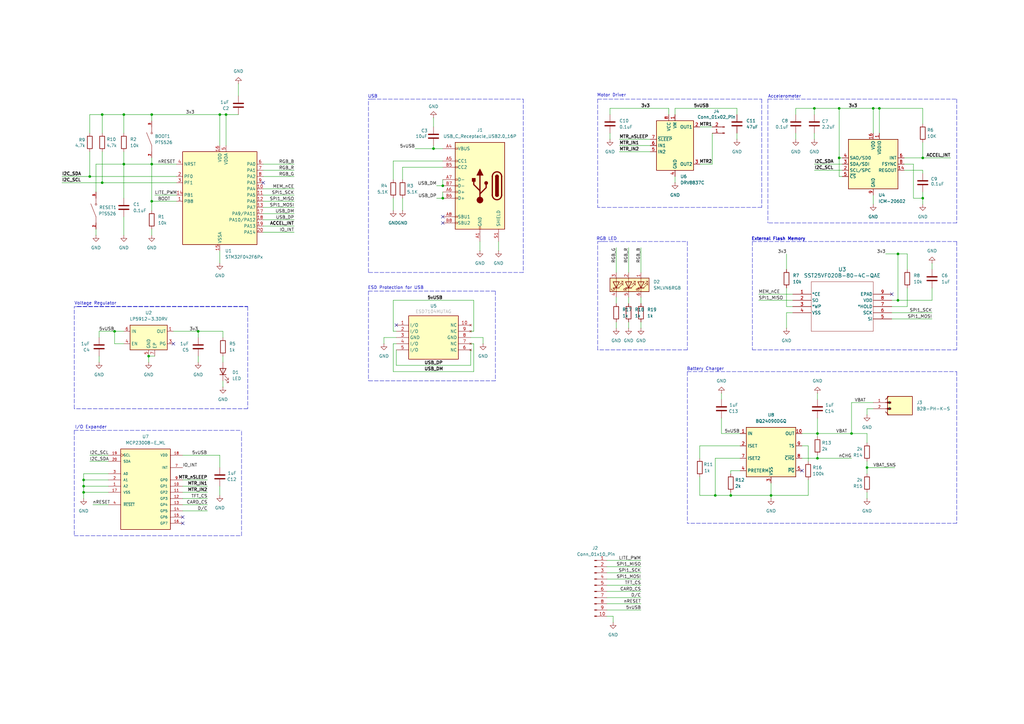
<source format=kicad_sch>
(kicad_sch (version 20250114) (generator "eeschema") (generator_version "9.0")
  (paper "A3")
  (title_block (title "STM32 Custom Board") (date "2025-09-05") (rev "Rev1") (company "Eylul Nihan Aycan"))
  (lib_symbols
    (symbol "B2B-PH-K-S:B2B-PH-K-S" (pin_names (offset 1.016))
      (property "Reference" "J" (at -5.58 5.08 0))
      (property "Value" "B2B-PH-K-S" (at -5.08 -5.08 0))
      (symbol "B2B-PH-K-S_0_0"
        (pin passive line (at -10.16 2.54 0) (length 5.08) (name "1") (number "1"))
        (pin passive line (at -10.16 0 0) (length 5.08) (name "2") (number "2"))
      )
    )
    (symbol "Battery_Management:BQ24090DGQ"
      (property "Reference" "U" (at -9.398 13.462 0))
      (property "Value" "BQ24090DGQ" (at -3.81 11.43 0))
      (symbol "BQ24090DGQ_1_1"
        (pin power_in line (at -12.7 7.62 0) (length 2.54) (name "IN") (number "1"))
        (pin passive line (at -12.7 2.54 0) (length 2.54) (name "ISET") (number "2"))
        (pin passive line (at -12.7 -2.54 0) (length 2.54) (name "ISET2") (number "7"))
        (pin passive line (at -12.7 -7.62 0) (length 2.54) (name "PRETERM") (number "4"))
        (pin passive line (at 0 -12.7 90) (length 2.54) (hide yes) (name "VSS") (number "11"))
        (pin power_in line (at 0 -12.7 90) (length 2.54) (name "VSS") (number "3"))
        (pin no_connect line (at 5.08 -10.16 90) (length 2.54) (hide yes) (name "NC") (number "6"))
        (pin power_out line (at 12.7 7.62 180) (length 2.54) (name "OUT") (number "10"))
        (pin passive line (at 12.7 2.54 180) (length 2.54) (name "TS") (number "9"))
        (pin open_collector line (at 12.7 -2.54 180) (length 2.54) (name "~{CHG}") (number "8"))
        (pin open_collector line (at 12.7 -7.62 180) (length 2.54) (name "~{PG}") (number "5"))
      )
    )
    (symbol "Connector:Conn_01x02_Pin" (pin_names (offset 1.016) (hide yes))
      (property "Reference" "J" (at 0 2.54 0))
      (property "Value" "Conn_01x02_Pin" (at 0 -5.08 0))
      (symbol "Conn_01x02_Pin_1_1"
        (pin passive line (at 5.08 0 180) (length 3.81) (name "Pin_1") (number "1"))
        (pin passive line (at 5.08 -2.54 180) (length 3.81) (name "Pin_2") (number "2"))
      )
    )
    (symbol "Connector:Conn_01x10_Pin" (pin_names (offset 1.016) (hide yes))
      (property "Reference" "J" (at 0 12.7 0))
      (property "Value" "Conn_01x10_Pin" (at 0 -15.24 0))
      (symbol "Conn_01x10_Pin_1_1"
        (pin passive line (at 5.08 10.16 180) (length 3.81) (name "Pin_1") (number "1"))
        (pin passive line (at 5.08 7.62 180) (length 3.81) (name "Pin_2") (number "2"))
        (pin passive line (at 5.08 5.08 180) (length 3.81) (name "Pin_3") (number "3"))
        (pin passive line (at 5.08 2.54 180) (length 3.81) (name "Pin_4") (number "4"))
        (pin passive line (at 5.08 0 180) (length 3.81) (name "Pin_5") (number "5"))
        (pin passive line (at 5.08 -2.54 180) (length 3.81) (name "Pin_6") (number "6"))
        (pin passive line (at 5.08 -5.08 180) (length 3.81) (name "Pin_7") (number "7"))
        (pin passive line (at 5.08 -7.62 180) (length 3.81) (name "Pin_8") (number "8"))
        (pin passive line (at 5.08 -10.16 180) (length 3.81) (name "Pin_9") (number "9"))
        (pin passive line (at 5.08 -12.7 180) (length 3.81) (name "Pin_10") (number "10"))
      )
    )
    (symbol "Connector:USB_C_Receptacle_USB2.0_16P" (pin_names (offset 1.016))
      (property "Reference" "J" (at 0 22.225 0))
      (property "Value" "USB_C_Receptacle_USB2.0_16P" (at 0 19.685 0))
      (symbol "USB_C_Receptacle_USB2.0_16P_1_1"
        (pin passive line (at -7.62 -22.86 90) (length 5.08) (name "SHIELD") (number "S1"))
        (pin passive line (at 0 -22.86 90) (length 5.08) (name "GND") (number "A1"))
        (pin passive line (at 0 -22.86 90) (length 5.08) (hide yes) (name "GND") (number "A12"))
        (pin passive line (at 0 -22.86 90) (length 5.08) (hide yes) (name "GND") (number "B1"))
        (pin passive line (at 0 -22.86 90) (length 5.08) (hide yes) (name "GND") (number "B12"))
        (pin passive line (at 15.24 15.24 180) (length 5.08) (name "VBUS") (number "A4"))
        (pin passive line (at 15.24 15.24 180) (length 5.08) (hide yes) (name "VBUS") (number "A9"))
        (pin passive line (at 15.24 15.24 180) (length 5.08) (hide yes) (name "VBUS") (number "B4"))
        (pin passive line (at 15.24 15.24 180) (length 5.08) (hide yes) (name "VBUS") (number "B9"))
        (pin bidirectional line (at 15.24 10.16 180) (length 5.08) (name "CC1") (number "A5"))
        (pin bidirectional line (at 15.24 7.62 180) (length 5.08) (name "CC2") (number "B5"))
        (pin bidirectional line (at 15.24 2.54 180) (length 5.08) (name "D-") (number "A7"))
        (pin bidirectional line (at 15.24 0 180) (length 5.08) (name "D-") (number "B7"))
        (pin bidirectional line (at 15.24 -2.54 180) (length 5.08) (name "D+") (number "A6"))
        (pin bidirectional line (at 15.24 -5.08 180) (length 5.08) (name "D+") (number "B6"))
        (pin bidirectional line (at 15.24 -12.7 180) (length 5.08) (name "SBU1") (number "A8"))
        (pin bidirectional line (at 15.24 -15.24 180) (length 5.08) (name "SBU2") (number "B8"))
      )
    )
    (symbol "Device:C" (pin_numbers (hide yes)) (pin_names (offset 0.254))
      (property "Reference" "C" (at 0.635 2.54 0))
      (property "Value" "C" (at 0.635 -2.54 0))
      (symbol "C_1_1"
        (pin passive line (at 0 3.81 270) (length 2.794) (name "~") (number "1"))
        (pin passive line (at 0 -3.81 90) (length 2.794) (name "~") (number "2"))
      )
    )
    (symbol "Device:LED" (pin_numbers (hide yes)) (pin_names (offset 1.016) (hide yes))
      (property "Reference" "D" (at 0 2.54 0))
      (property "Value" "LED" (at 0 -2.54 0))
      (symbol "LED_1_1"
        (pin passive line (at -3.81 0 0) (length 2.54) (name "K") (number "1"))
        (pin passive line (at 3.81 0 180) (length 2.54) (name "A") (number "2"))
      )
    )
    (symbol "Device:R" (pin_numbers (hide yes)) (pin_names (offset 0))
      (property "Reference" "R" (at 2.032 0 90))
      (property "Value" "R" (at 0 0 90))
      (symbol "R_1_1"
        (pin passive line (at 0 3.81 270) (length 1.27) (name "~") (number "1"))
        (pin passive line (at 0 -3.81 90) (length 1.27) (name "~") (number "2"))
      )
    )
    (symbol "Driver_Motor:DRV8837C"
      (property "Reference" "U" (at 6.35 11.43 0))
      (property "Value" "DRV8837C" (at -10.16 11.43 0))
      (symbol "DRV8837C_1_1"
        (pin input line (at -10.16 2.54 0) (length 2.54) (name "~{SLEEP}") (number "7"))
        (pin input line (at -10.16 0 0) (length 2.54) (name "IN1") (number "6"))
        (pin input line (at -10.16 -2.54 0) (length 2.54) (name "IN2") (number "5"))
        (pin power_in line (at -2.54 12.7 270) (length 2.54) (name "VCC") (number "8"))
        (pin power_in line (at 0 12.7 270) (length 2.54) (name "VM") (number "1"))
        (pin power_in line (at 0 -12.7 90) (length 2.54) (name "GND") (number "4"))
        (pin passive line (at 0 -12.7 90) (length 2.54) (hide yes) (name "GND") (number "9"))
        (pin output line (at 10.16 7.62 180) (length 2.54) (name "OUT1") (number "2"))
        (pin output line (at 10.16 -7.62 180) (length 2.54) (name "OUT2") (number "3"))
      )
    )
    (symbol "ESD7104MUTAG:ESD7104MUTAG"
      (property "Reference" "U" (at 0 13.462 0))
      (symbol "ESD7104MUTAG_1_1"
        (text "ESD7104MUTAG\n" (at 0 10.668 0) (effects (font (size 1.27 1.27))))
        (pin bidirectional line (at -15.24 5.08 0) (length 5.08) (name "I/O") (number "1"))
        (pin bidirectional line (at -15.24 2.54 0) (length 5.08) (name "I/O") (number "2"))
        (pin power_in line (at -15.24 0 0) (length 5.08) (name "GND") (number "3"))
        (pin bidirectional line (at -15.24 -2.54 0) (length 5.08) (name "I/O") (number "4"))
        (pin bidirectional line (at -15.24 -5.08 0) (length 5.08) (name "I/O") (number "5"))
        (pin no_connect line (at 15.24 5.08 180) (length 5.08) (name "NC") (number "10"))
        (pin no_connect line (at 15.24 2.54 180) (length 5.08) (name "NC") (number "9"))
        (pin power_in line (at 15.24 0 180) (length 5.08) (name "GND") (number "8"))
        (pin no_connect line (at 15.24 -2.54 180) (length 5.08) (name "NC") (number "7"))
        (pin no_connect line (at 15.24 -5.08 180) (length 5.08) (name "NC") (number "6"))
      )
    )
    (symbol "LED:SMLVN6RGB" (pin_names (offset 0) (hide yes))
      (property "Reference" "D" (at 0 12.7 0))
      (property "Value" "SMLVN6RGB" (at 0 10.16 0))
      (symbol "SMLVN6RGB_0_0"
        (text "B" (at 1.905 3.81 0) (effects (font (size 1.27 1.27))))
        (text "R" (at 1.905 -1.27 0) (effects (font (size 1.27 1.27))))
        (text "G" (at 1.905 -6.35 0) (effects (font (size 1.27 1.27))))
      )
      (symbol "SMLVN6RGB_1_1"
        (pin passive line (at -5.08 5.08 0) (length 2.54) (name "BA") (number "1"))
        (pin passive line (at -5.08 0 0) (length 2.54) (name "RA") (number "2"))
        (pin passive line (at -5.08 -5.08 0) (length 2.54) (name "GA") (number "3"))
        (pin passive line (at 5.08 5.08 180) (length 2.54) (name "BK") (number "6"))
        (pin passive line (at 5.08 0 180) (length 2.54) (name "RK") (number "5"))
        (pin passive line (at 5.08 -5.08 180) (length 2.54) (name "GK") (number "4"))
      )
    )
    (symbol "MCP23008-E_ML:MCP23008-E_ML" (pin_names (offset 1.016))
      (property "Reference" "U7" (at 0 24.13 0))
      (property "Value" "MCP23008-E_ML" (at 0 21.59 0))
      (symbol "MCP23008-E_ML_0_0"
        (pin input clock (at -15.24 16.51 0) (length 5.08) (name "SCL") (number "19"))
        (pin bidirectional line (at -15.24 13.97 0) (length 5.08) (name "SDA") (number "20"))
        (pin input line (at -15.24 8.89 0) (length 5.08) (name "A0") (number "3"))
        (pin input line (at -15.24 6.35 0) (length 5.08) (name "A1") (number "2"))
        (pin bidirectional line (at -15.24 3.81 0) (length 5.08) (name "A2") (number "1"))
        (pin power_in line (at -15.24 1.27 0) (length 5.08) (name "VSS") (number "17"))
        (pin input line (at -15.24 -3.81 0) (length 5.08) (name "~{RESET}") (number "4"))
        (pin power_in line (at 15.24 16.51 180) (length 5.08) (name "VDD") (number "18"))
        (pin output line (at 15.24 11.43 180) (length 5.08) (name "INT") (number "7"))
        (pin bidirectional line (at 15.24 6.35 180) (length 5.08) (name "GP0") (number "9"))
        (pin bidirectional line (at 15.24 3.81 180) (length 5.08) (name "GP1") (number "10"))
        (pin bidirectional line (at 15.24 1.27 180) (length 5.08) (name "GP2") (number "11"))
        (pin bidirectional line (at 15.24 -1.27 180) (length 5.08) (name "GP3") (number "12"))
        (pin bidirectional line (at 15.24 -3.81 180) (length 5.08) (name "GP4") (number "13"))
        (pin bidirectional line (at 15.24 -6.35 180) (length 5.08) (name "GP5") (number "14"))
        (pin bidirectional line (at 15.24 -8.89 180) (length 5.08) (name "GP6") (number "15"))
        (pin bidirectional line (at 15.24 -11.43 180) (length 5.08) (name "GP7") (number "16"))
      )
    )
    (symbol "MCU_ST_STM32F0:STM32F042F6Px"
      (property "Reference" "U" (at -15.24 21.59 0))
      (property "Value" "STM32F042F6Px" (at 5.08 21.59 0))
      (symbol "STM32F042F6Px_1_1"
        (pin input line (at -17.78 15.24 0) (length 2.54) (name "NRST") (number "4"))
        (pin bidirectional line (at -17.78 10.16 0) (length 2.54) (name "PF0") (number "2"))
        (pin bidirectional line (at -17.78 7.62 0) (length 2.54) (name "PF1") (number "3"))
        (pin bidirectional line (at -17.78 2.54 0) (length 2.54) (name "PB1") (number "14"))
        (pin bidirectional line (at -17.78 0 0) (length 2.54) (name "PB8") (number "1"))
        (pin power_in line (at 0 22.86 270) (length 2.54) (name "VDD") (number "16"))
        (pin power_in line (at 0 -20.32 90) (length 2.54) (name "VSSA") (number "15"))
        (pin power_in line (at 2.54 22.86 270) (length 2.54) (name "VDDA") (number "5"))
        (pin bidirectional line (at 17.78 15.24 180) (length 2.54) (name "PA0") (number "6"))
        (pin bidirectional line (at 17.78 12.7 180) (length 2.54) (name "PA1") (number "7"))
        (pin bidirectional line (at 17.78 10.16 180) (length 2.54) (name "PA2") (number "8"))
        (pin bidirectional line (at 17.78 7.62 180) (length 2.54) (name "PA3") (number "9"))
        (pin bidirectional line (at 17.78 5.08 180) (length 2.54) (name "PA4") (number "10"))
        (pin bidirectional line (at 17.78 2.54 180) (length 2.54) (name "PA5") (number "11"))
        (pin bidirectional line (at 17.78 0 180) (length 2.54) (name "PA6") (number "12"))
        (pin bidirectional line (at 17.78 -2.54 180) (length 2.54) (name "PA7") (number "13"))
        (pin bidirectional line (at 17.78 -5.08 180) (length 2.54) (name "PA9/PA11") (number "17"))
        (pin bidirectional line (at 17.78 -7.62 180) (length 2.54) (name "PA10/PA12") (number "18"))
        (pin bidirectional line (at 17.78 -10.16 180) (length 2.54) (name "PA13") (number "19"))
        (pin bidirectional line (at 17.78 -12.7 180) (length 2.54) (name "PA14") (number "20"))
      )
    )
    (symbol "PTS526_SM08_SMTR2_LFS:PTS526_SM08_SMTR2_LFS" (pin_names (offset 1.016))
      (property "Reference" "S" (at -2.54 2.54 0))
      (property "Value" "PTS526_SM08_SMTR2_LFS" (at -2.54 -2.54 0))
      (symbol "PTS526_SM08_SMTR2_LFS_0_0"
        (pin passive line (at -7.62 0 0) (length 2.54) (name "~") (number "1"))
        (pin passive line (at -7.62 0 0) (length 2.54) (name "~") (number "2"))
        (pin passive line (at 7.62 0 180) (length 2.54) (name "~") (number "3"))
        (pin passive line (at 7.62 0 180) (length 2.54) (name "~") (number "4"))
      )
    )
    (symbol "Regulator_Linear:LP5912-3.3DRV"
      (property "Reference" "U" (at -3.81 6.35 0))
      (property "Value" "LP5912-3.3DRV" (at 6.35 6.35 0))
      (symbol "LP5912-3.3DRV_0_1"
        (pin power_in line (at -10.16 2.54 0) (length 2.54) (name "IN") (number "6"))
        (pin input line (at -10.16 -2.54 0) (length 2.54) (name "EN") (number "4"))
        (pin power_in line (at 0 -7.62 90) (length 2.54) (name "GND") (number "5"))
        (pin no_connect line (at 7.62 0 180) (length 2.54) (hide yes) (name "NC") (number "2"))
        (pin power_out line (at 10.16 2.54 180) (length 2.54) (name "OUT") (number "1"))
      )
      (symbol "LP5912-3.3DRV_1_1"
        (pin passive line (at 2.54 -7.62 90) (length 2.54) (name "EP") (number "7"))
        (pin open_collector line (at 10.16 -2.54 180) (length 2.54) (name "PG") (number "3"))
      )
    )
    (symbol "SST25VF020B:SST25VF020B-80-4C-QAE" (pin_names (offset 0.254))
      (property "Reference" "U" (at 20.32 10.16 0))
      (property "Value" "SST25VF020B-80-4C-QAE" (at 20.32 7.62 0))
      (symbol "SST25VF020B-80-4C-QAE_0_1"
        (pin unspecified line (at 0 0 0) (length 7.62) (name "*CE") (number "1"))
        (pin output line (at 0 -2.54 0) (length 7.62) (name "SO") (number "2"))
        (pin unspecified line (at 0 -5.08 0) (length 7.62) (name "*WP") (number "3"))
        (pin power_in line (at 0 -7.62 0) (length 7.62) (name "VSS") (number "4"))
        (pin unspecified line (at 40.64 0 180) (length 7.62) (name "EPAD") (number "9"))
        (pin power_in line (at 40.64 -2.54 180) (length 7.62) (name "VDD") (number "8"))
        (pin unspecified line (at 40.64 -5.08 180) (length 7.62) (name "*HOLD") (number "7"))
        (pin input line (at 40.64 -7.62 180) (length 7.62) (name "SCK") (number "6"))
        (pin input line (at 40.64 -10.16 180) (length 7.62) (name "SI") (number "5"))
      )
    )
    (symbol "Sensor_Motion:ICM-20602"
      (property "Reference" "U" (at -10.16 11.43 0))
      (property "Value" "ICM-20602" (at 10.16 11.43 0))
      (symbol "ICM-20602_1_1"
        (pin bidirectional line (at -12.7 2.54 0) (length 2.54) (name "SAO/SD0") (number "4"))
        (pin bidirectional line (at -12.7 0 0) (length 2.54) (name "SDA/SDI") (number "3"))
        (pin input line (at -12.7 -2.54 0) (length 2.54) (name "SCL/SPC") (number "2"))
        (pin input line (at -12.7 -5.08 0) (length 2.54) (name "~{CS}") (number "5"))
        (pin no_connect line (at -10.16 5.08 0) (length 2.54) (hide yes) (name "RESV") (number "7"))
        (pin power_in line (at 0 12.7 270) (length 2.54) (name "VDD") (number "16"))
        (pin passive line (at 0 -12.7 90) (length 2.54) (hide yes) (name "GND") (number "10"))
        (pin passive line (at 0 -12.7 90) (length 2.54) (hide yes) (name "GND") (number "11"))
        (pin passive line (at 0 -12.7 90) (length 2.54) (hide yes) (name "GND") (number "12"))
        (pin passive line (at 0 -12.7 90) (length 2.54) (hide yes) (name "GND") (number "13"))
        (pin passive line (at 0 -12.7 90) (length 2.54) (hide yes) (name "GND") (number "15"))
        (pin power_in line (at 0 -12.7 90) (length 2.54) (name "GND") (number "9"))
        (pin power_in line (at 2.54 12.7 270) (length 2.54) (name "VDDIO") (number "1"))
        (pin output line (at 12.7 2.54 180) (length 2.54) (name "INT") (number "6"))
        (pin input line (at 12.7 0 180) (length 2.54) (name "FSYNC") (number "8"))
        (pin passive line (at 12.7 -2.54 180) (length 2.54) (name "REGOUT") (number "14"))
      )
    )
    (symbol "power:GND" (power) (pin_numbers (hide yes)) (pin_names (offset 0) (hide yes))
      (property "Value" "GND" (at 0 -3.81 0))
      (symbol "GND_1_1"
        (pin power_in line (at 0 0 270) (length 0) (name "~") (number "1"))
      )
    )
  )
  (text "RGB LED\n" (at 244.602 98.044 0) (effects (font (size 1.27 1.27)) (justify left)))
  (text "Battery Charger\n" (at 281.686 151.384 0) (effects (font (size 1.27 1.27)) (justify left)))
  (text "Voltage Regulator\n" (at 30.48 124.46 0) (effects (font (size 1.27 1.27)) (justify left)))
  (text "USB" (at 150.876 39.624 0) (effects (font (size 1.27 1.27)) (justify left)))
  (text "External Flash Memory" (at 319.278 98.044 0) (effects (font (size 1.27 1.27) (thickness 0.254) (bold yes))))
  (text "Motor Driver\n" (at 244.856 39.116 0) (effects (font (size 1.27 1.27)) (justify left)))
  (text "I/O Expander" (at 30.734 175.26 0) (effects (font (size 1.27 1.27)) (justify left)))
  (text "Accelerometer" (at 314.96 39.624 0) (effects (font (size 1.27 1.27)) (justify left)))
  (text "ESD Protection for USB\n" (at 150.876 118.11 0) (effects (font (size 1.27 1.27)) (justify left)))
  (junction (at 62.23 46.99))
  (junction (at 181.61 81.28))
  (junction (at 92.71 46.99))
  (junction (at 34.29 196.85))
  (junction (at 81.28 135.89))
  (junction (at 316.23 203.2))
  (junction (at 335.28 187.96))
  (junction (at 334.01 44.45))
  (junction (at 378.46 64.77))
  (junction (at 335.28 177.8))
  (junction (at 358.14 44.45))
  (junction (at 60.96 146.05))
  (junction (at 62.23 67.31))
  (junction (at 181.61 76.2))
  (junction (at 355.6 191.77))
  (junction (at 36.83 72.39))
  (junction (at 299.72 203.2))
  (junction (at 344.17 64.77))
  (junction (at 90.17 46.99))
  (junction (at 62.23 82.55))
  (junction (at 344.17 44.45))
  (junction (at 368.3 104.14))
  (junction (at 50.8 67.31))
  (junction (at 41.91 74.93))
  (junction (at 34.29 199.39))
  (junction (at 360.68 44.45))
  (junction (at 293.37 203.2))
  (junction (at 46.99 135.89))
  (junction (at 50.8 46.99))
  (junction (at 349.25 177.8))
  (junction (at 368.3 123.19))
  (junction (at 34.29 201.93))
  (junction (at 378.46 81.28))
  (junction (at 177.8 60.96))
  (junction (at 41.91 46.99))
  (no_connect (at 162.56 133.35))
  (no_connect (at 107.95 74.93))
  (no_connect (at 365.76 120.65))
  (no_connect (at 74.93 212.09))
  (no_connect (at 181.61 91.44))
  (no_connect (at 71.12 140.97))
  (no_connect (at 181.61 88.9))
  (no_connect (at 328.93 193.04))
  (no_connect (at 74.93 214.63))
  (wire (pts (xy 295.91 161.29) (xy 295.91 163.83)))
  (wire (pts (xy 295.91 177.8) (xy 295.91 171.45)))
  (wire (pts (xy 74.93 207.01) (xy 85.09 207.01)))
  (wire (pts (xy 107.95 92.71) (xy 120.65 92.71)))
  (polyline (pts (xy 152.4 40.64) (xy 214.63 40.64)) (stroke (width 0) (type dash)))
  (wire (pts (xy 368.3 104.14) (xy 372.11 104.14)))
  (wire (pts (xy 46.99 135.89) (xy 50.8 135.89)))
  (polyline (pts (xy 392.43 99.06) (xy 392.43 143.51)) (stroke (width 0) (type dash)))
  (polyline (pts (xy 281.94 152.4) (xy 392.43 152.4)) (stroke (width 0) (type dash)))
  (wire (pts (xy 248.92 252.73) (xy 251.46 252.73)))
  (wire (pts (xy 344.17 64.77) (xy 344.17 44.45)))
  (wire (pts (xy 276.86 44.45) (xy 302.26 44.45)))
  (wire (pts (xy 74.93 204.47) (xy 85.09 204.47)))
  (wire (pts (xy 345.44 72.39) (xy 344.17 72.39)))
  (wire (pts (xy 161.29 123.19) (xy 194.31 123.19)))
  (wire (pts (xy 367.03 191.77) (xy 355.6 191.77)))
  (wire (pts (xy 107.95 85.09) (xy 120.65 85.09)))
  (wire (pts (xy 248.92 250.19) (xy 262.89 250.19)))
  (polyline (pts (xy 214.63 111.76) (xy 151.13 111.76)) (stroke (width 0) (type dash)))
  (polyline (pts (xy 308.61 99.06) (xy 392.43 99.06)) (stroke (width 0) (type dash)))
  (wire (pts (xy 161.29 66.04) (xy 181.61 66.04)))
  (wire (pts (xy 74.93 196.85) (xy 85.09 196.85)))
  (wire (pts (xy 276.86 46.99) (xy 276.86 44.45)))
  (wire (pts (xy 74.93 199.39) (xy 85.09 199.39)))
  (wire (pts (xy 252.73 121.92) (xy 252.73 124.46)))
  (wire (pts (xy 335.28 187.96) (xy 349.25 187.96)))
  (wire (pts (xy 370.84 64.77) (xy 378.46 64.77)))
  (wire (pts (xy 254 57.15) (xy 266.7 57.15)))
  (polyline (pts (xy 247.65 99.06) (xy 281.94 99.06)) (stroke (width 0) (type dash)))
  (wire (pts (xy 378.46 81.28) (xy 378.46 83.82)))
  (wire (pts (xy 25.4 72.39) (xy 36.83 72.39)))
  (wire (pts (xy 248.92 240.03) (xy 262.89 240.03)))
  (wire (pts (xy 41.91 74.93) (xy 72.39 74.93)))
  (wire (pts (xy 62.23 46.99) (xy 62.23 49.53)))
  (wire (pts (xy 194.31 140.97) (xy 193.04 140.97)))
  (wire (pts (xy 257.81 121.92) (xy 257.81 124.46)))
  (wire (pts (xy 378.46 71.12) (xy 378.46 69.85)))
  (wire (pts (xy 179.07 81.28) (xy 181.61 81.28)))
  (wire (pts (xy 287.02 203.2) (xy 293.37 203.2)))
  (wire (pts (xy 322.58 110.49) (xy 322.58 104.14)))
  (wire (pts (xy 248.92 229.87) (xy 262.89 229.87)))
  (wire (pts (xy 322.58 125.73) (xy 325.12 125.73)))
  (wire (pts (xy 292.1 54.61) (xy 292.1 67.31)))
  (wire (pts (xy 50.8 62.23) (xy 50.8 67.31)))
  (wire (pts (xy 248.92 247.65) (xy 262.89 247.65)))
  (wire (pts (xy 382.27 107.95) (xy 382.27 110.49)))
  (wire (pts (xy 368.3 123.19) (xy 382.27 123.19)))
  (wire (pts (xy 311.15 120.65) (xy 325.12 120.65)))
  (polyline (pts (xy 30.48 176.53) (xy 30.48 219.71)) (stroke (width 0) (type dash)))
  (wire (pts (xy 349.25 165.1) (xy 349.25 177.8)))
  (wire (pts (xy 40.64 135.89) (xy 40.64 138.43)))
  (wire (pts (xy 331.47 182.88) (xy 331.47 189.23)))
  (wire (pts (xy 46.99 140.97) (xy 46.99 135.89)))
  (wire (pts (xy 326.39 44.45) (xy 326.39 46.99)))
  (wire (pts (xy 248.92 245.11) (xy 262.89 245.11)))
  (wire (pts (xy 328.93 182.88) (xy 331.47 182.88)))
  (wire (pts (xy 92.71 46.99) (xy 97.79 46.99)))
  (wire (pts (xy 334.01 44.45) (xy 326.39 44.45)))
  (wire (pts (xy 107.95 69.85) (xy 120.65 69.85)))
  (wire (pts (xy 193.04 149.86) (xy 193.04 143.51)))
  (polyline (pts (xy 245.11 143.51) (xy 245.11 99.06)) (stroke (width 0) (type dash)))
  (wire (pts (xy 204.47 99.06) (xy 204.47 102.87)))
  (polyline (pts (xy 203.2 119.38) (xy 203.2 156.21)) (stroke (width 0) (type dash)))
  (wire (pts (xy 335.28 177.8) (xy 349.25 177.8)))
  (wire (pts (xy 299.72 201.93) (xy 299.72 203.2)))
  (wire (pts (xy 274.32 46.99) (xy 274.32 44.45)))
  (wire (pts (xy 382.27 118.11) (xy 382.27 123.19)))
  (wire (pts (xy 328.93 177.8) (xy 335.28 177.8)))
  (polyline (pts (xy 281.94 152.4) (xy 281.94 214.63)) (stroke (width 0) (type dash)))
  (wire (pts (xy 257.81 101.6) (xy 257.81 111.76)))
  (wire (pts (xy 162.56 138.43) (xy 157.48 138.43)))
  (wire (pts (xy 355.6 191.77) (xy 355.6 189.23)))
  (wire (pts (xy 62.23 67.31) (xy 72.39 67.31)))
  (wire (pts (xy 107.95 77.47) (xy 120.65 77.47)))
  (wire (pts (xy 44.45 201.93) (xy 34.29 201.93)))
  (wire (pts (xy 41.91 62.23) (xy 41.91 74.93)))
  (wire (pts (xy 60.96 146.05) (xy 60.96 148.59)))
  (polyline (pts (xy 314.96 40.64) (xy 392.43 40.64)) (stroke (width 0) (type dash)))
  (wire (pts (xy 107.95 67.31) (xy 120.65 67.31)))
  (wire (pts (xy 299.72 193.04) (xy 299.72 194.31)))
  (wire (pts (xy 365.76 128.27) (xy 382.27 128.27)))
  (wire (pts (xy 39.37 67.31) (xy 39.37 78.74)))
  (wire (pts (xy 372.11 104.14) (xy 372.11 110.49)))
  (wire (pts (xy 360.68 44.45) (xy 360.68 54.61)))
  (wire (pts (xy 349.25 177.8) (xy 355.6 177.8)))
  (wire (pts (xy 34.29 201.93) (xy 34.29 204.47)))
  (wire (pts (xy 92.71 46.99) (xy 92.71 59.69)))
  (wire (pts (xy 248.92 234.95) (xy 262.89 234.95)))
  (wire (pts (xy 355.6 194.31) (xy 355.6 191.77)))
  (wire (pts (xy 157.48 138.43) (xy 157.48 140.97)))
  (wire (pts (xy 50.8 46.99) (xy 62.23 46.99)))
  (polyline (pts (xy 151.13 119.38) (xy 151.13 156.21)) (stroke (width 0) (type dash)))
  (wire (pts (xy 90.17 46.99) (xy 90.17 59.69)))
  (wire (pts (xy 161.29 140.97) (xy 161.29 152.4)))
  (wire (pts (xy 303.53 177.8) (xy 295.91 177.8)))
  (wire (pts (xy 311.15 123.19) (xy 325.12 123.19)))
  (wire (pts (xy 74.93 209.55) (xy 85.09 209.55)))
  (wire (pts (xy 358.14 80.01) (xy 358.14 83.82)))
  (wire (pts (xy 63.5 80.01) (xy 72.39 80.01)))
  (polyline (pts (xy 31.75 125.73) (xy 101.6 125.73)) (stroke (width 0) (type dash)))
  (wire (pts (xy 378.46 64.77) (xy 389.89 64.77)))
  (wire (pts (xy 161.29 66.04) (xy 161.29 73.66)))
  (polyline (pts (xy 30.48 176.53) (xy 99.06 176.53)) (stroke (width 0) (type dash)))
  (wire (pts (xy 334.01 54.61) (xy 334.01 57.15)))
  (wire (pts (xy 248.92 242.57) (xy 262.89 242.57)))
  (wire (pts (xy 62.23 67.31) (xy 50.8 67.31)))
  (wire (pts (xy 177.8 60.96) (xy 181.61 60.96)))
  (wire (pts (xy 302.26 54.61) (xy 302.26 57.15)))
  (polyline (pts (xy 392.43 40.64) (xy 392.43 91.44)) (stroke (width 0) (type dash)))
  (wire (pts (xy 62.23 93.98) (xy 62.23 96.52)))
  (wire (pts (xy 370.84 69.85) (xy 378.46 69.85)))
  (wire (pts (xy 177.8 59.69) (xy 177.8 60.96)))
  (wire (pts (xy 322.58 128.27) (xy 322.58 134.62)))
  (wire (pts (xy 252.73 101.6) (xy 252.73 111.76)))
  (wire (pts (xy 50.8 67.31) (xy 39.37 67.31)))
  (wire (pts (xy 162.56 135.89) (xy 161.29 135.89)))
  (wire (pts (xy 365.76 123.19) (xy 368.3 123.19)))
  (wire (pts (xy 335.28 187.96) (xy 335.28 186.69)))
  (wire (pts (xy 194.31 152.4) (xy 194.31 140.97)))
  (wire (pts (xy 81.28 135.89) (xy 81.28 138.43)))
  (wire (pts (xy 254 62.23) (xy 266.7 62.23)))
  (wire (pts (xy 325.12 128.27) (xy 322.58 128.27)))
  (polyline (pts (xy 392.43 143.51) (xy 308.61 143.51)) (stroke (width 0) (type dash)))
  (wire (pts (xy 365.76 125.73) (xy 372.11 125.73)))
  (wire (pts (xy 358.14 167.64) (xy 355.6 167.64)))
  (wire (pts (xy 162.56 140.97) (xy 161.29 140.97)))
  (polyline (pts (xy 214.63 40.64) (xy 214.63 111.76)) (stroke (width 0) (type dash)))
  (wire (pts (xy 162.56 143.51) (xy 162.56 149.86)))
  (wire (pts (xy 34.29 196.85) (xy 34.29 199.39)))
  (wire (pts (xy 250.19 54.61) (xy 250.19 57.15)))
  (wire (pts (xy 107.95 82.55) (xy 120.65 82.55)))
  (polyline (pts (xy 151.13 40.64) (xy 152.4 40.64)))
  (polyline (pts (xy 30.48 125.73) (xy 31.75 125.73)))
  (wire (pts (xy 374.65 67.31) (xy 374.65 81.28)))
  (wire (pts (xy 276.86 72.39) (xy 276.86 74.93)))
  (wire (pts (xy 194.31 123.19) (xy 194.31 135.89)))
  (wire (pts (xy 262.89 121.92) (xy 262.89 124.46)))
  (wire (pts (xy 165.1 81.28) (xy 165.1 86.36)))
  (wire (pts (xy 248.92 232.41) (xy 262.89 232.41)))
  (wire (pts (xy 326.39 54.61) (xy 326.39 57.15)))
  (wire (pts (xy 74.93 186.69) (xy 90.17 186.69)))
  (wire (pts (xy 181.61 78.74) (xy 181.61 81.28)))
  (wire (pts (xy 40.64 135.89) (xy 46.99 135.89)))
  (wire (pts (xy 293.37 187.96) (xy 293.37 203.2)))
  (wire (pts (xy 374.65 81.28) (xy 378.46 81.28)))
  (wire (pts (xy 81.28 146.05) (xy 81.28 148.59)))
  (wire (pts (xy 179.07 76.2) (xy 181.61 76.2)))
  (wire (pts (xy 334.01 44.45) (xy 344.17 44.45)))
  (wire (pts (xy 316.23 198.12) (xy 316.23 203.2)))
  (wire (pts (xy 316.23 203.2) (xy 316.23 204.47)))
  (wire (pts (xy 90.17 102.87) (xy 90.17 107.95)))
  (wire (pts (xy 355.6 167.64) (xy 355.6 170.18)))
  (wire (pts (xy 177.8 48.26) (xy 177.8 52.07)))
  (wire (pts (xy 107.95 87.63) (xy 120.65 87.63)))
  (wire (pts (xy 62.23 67.31) (xy 62.23 82.55)))
  (wire (pts (xy 62.23 82.55) (xy 72.39 82.55)))
  (wire (pts (xy 335.28 177.8) (xy 335.28 171.45)))
  (wire (pts (xy 107.95 80.01) (xy 120.65 80.01)))
  (wire (pts (xy 372.11 125.73) (xy 372.11 118.11)))
  (wire (pts (xy 62.23 64.77) (xy 62.23 67.31)))
  (wire (pts (xy 90.17 46.99) (xy 92.71 46.99)))
  (wire (pts (xy 287.02 182.88) (xy 287.02 187.96)))
  (wire (pts (xy 378.46 58.42) (xy 378.46 64.77)))
  (wire (pts (xy 34.29 199.39) (xy 34.29 201.93)))
  (wire (pts (xy 334.01 69.85) (xy 345.44 69.85)))
  (polyline (pts (xy 151.13 119.38) (xy 203.2 119.38)) (stroke (width 0) (type dash)))
  (wire (pts (xy 248.92 237.49) (xy 262.89 237.49)))
  (wire (pts (xy 368.3 123.19) (xy 368.3 104.14)))
  (wire (pts (xy 252.73 132.08) (xy 252.73 134.62)))
  (wire (pts (xy 355.6 204.47) (xy 355.6 201.93)))
  (wire (pts (xy 161.29 135.89) (xy 161.29 123.19)))
  (wire (pts (xy 74.93 201.93) (xy 85.09 201.93)))
  (wire (pts (xy 165.1 68.58) (xy 165.1 73.66)))
  (wire (pts (xy 36.83 186.69) (xy 44.45 186.69)))
  (wire (pts (xy 50.8 67.31) (xy 50.8 81.28)))
  (wire (pts (xy 62.23 82.55) (xy 62.23 86.36)))
  (polyline (pts (xy 245.11 40.64) (xy 312.42 40.64)) (stroke (width 0) (type dash)))
  (wire (pts (xy 34.29 194.31) (xy 34.29 196.85)))
  (polyline (pts (xy 30.48 167.64) (xy 30.48 125.73)) (stroke (width 0) (type dash)))
  (wire (pts (xy 41.91 54.61) (xy 41.91 46.99)))
  (wire (pts (xy 358.14 165.1) (xy 349.25 165.1)))
  (wire (pts (xy 363.22 104.14) (xy 368.3 104.14)))
  (wire (pts (xy 34.29 196.85) (xy 44.45 196.85)))
  (wire (pts (xy 50.8 46.99) (xy 50.8 54.61)))
  (wire (pts (xy 36.83 46.99) (xy 41.91 46.99)))
  (polyline (pts (xy 281.94 143.51) (xy 245.11 143.51)) (stroke (width 0) (type dash)))
  (wire (pts (xy 378.46 44.45) (xy 378.46 50.8)))
  (wire (pts (xy 107.95 72.39) (xy 120.65 72.39)))
  (wire (pts (xy 193.04 135.89) (xy 194.31 135.89)))
  (polyline (pts (xy 392.43 152.4) (xy 392.43 214.63)) (stroke (width 0) (type dash)))
  (polyline (pts (xy 308.61 99.06) (xy 308.61 143.51)) (stroke (width 0) (type dash)))
  (wire (pts (xy 165.1 68.58) (xy 181.61 68.58)))
  (wire (pts (xy 365.76 130.81) (xy 382.27 130.81)))
  (wire (pts (xy 303.53 193.04) (xy 299.72 193.04)))
  (wire (pts (xy 331.47 203.2) (xy 316.23 203.2)))
  (wire (pts (xy 162.56 149.86) (xy 193.04 149.86)))
  (wire (pts (xy 328.93 187.96) (xy 335.28 187.96)))
  (wire (pts (xy 287.02 52.07) (xy 292.1 52.07)))
  (wire (pts (xy 36.83 54.61) (xy 36.83 46.99)))
  (wire (pts (xy 81.28 135.89) (xy 91.44 135.89)))
  (wire (pts (xy 38.1 207.01) (xy 44.45 207.01)))
  (wire (pts (xy 91.44 146.05) (xy 91.44 148.59)))
  (wire (pts (xy 181.61 73.66) (xy 181.61 76.2)))
  (wire (pts (xy 302.26 44.45) (xy 302.26 46.99)))
  (wire (pts (xy 196.85 99.06) (xy 196.85 102.87)))
  (wire (pts (xy 262.89 101.6) (xy 262.89 111.76)))
  (wire (pts (xy 334.01 67.31) (xy 345.44 67.31)))
  (wire (pts (xy 334.01 44.45) (xy 334.01 46.99)))
  (polyline (pts (xy 30.48 219.71) (xy 99.06 219.71)) (stroke (width 0) (type dash)))
  (wire (pts (xy 44.45 194.31) (xy 34.29 194.31)))
  (wire (pts (xy 322.58 118.11) (xy 322.58 125.73)))
  (wire (pts (xy 274.32 44.45) (xy 250.19 44.45)))
  (wire (pts (xy 378.46 78.74) (xy 378.46 81.28)))
  (wire (pts (xy 107.95 95.25) (xy 120.65 95.25)))
  (polyline (pts (xy 392.43 214.63) (xy 281.94 214.63)) (stroke (width 0) (type dash)))
  (polyline (pts (xy 31.75 125.73) (xy 101.6 125.73)) (stroke (width 0) (type dash)))
  (wire (pts (xy 287.02 67.31) (xy 292.1 67.31)))
  (wire (pts (xy 50.8 88.9) (xy 50.8 96.52)))
  (wire (pts (xy 71.12 135.89) (xy 81.28 135.89)))
  (wire (pts (xy 193.04 138.43) (xy 198.12 138.43)))
  (wire (pts (xy 344.17 44.45) (xy 358.14 44.45)))
  (polyline (pts (xy 99.06 219.71) (xy 99.06 176.53)) (stroke (width 0) (type dash)))
  (polyline (pts (xy 312.42 40.64) (xy 312.42 85.09)) (stroke (width 0) (type dash)))
  (wire (pts (xy 335.28 161.29) (xy 335.28 163.83)))
  (wire (pts (xy 91.44 135.89) (xy 91.44 138.43)))
  (wire (pts (xy 170.18 60.96) (xy 177.8 60.96)))
  (polyline (pts (xy 101.6 125.73) (xy 101.6 167.64)) (stroke (width 0) (type dash)))
  (polyline (pts (xy 392.43 91.44) (xy 314.96 91.44)) (stroke (width 0) (type dash)))
  (polyline (pts (xy 281.94 99.06) (xy 281.94 143.51)) (stroke (width 0) (type dash)))
  (wire (pts (xy 358.14 44.45) (xy 358.14 54.61)))
  (wire (pts (xy 287.02 195.58) (xy 287.02 203.2)))
  (wire (pts (xy 90.17 203.2) (xy 90.17 199.39)))
  (polyline (pts (xy 101.6 167.64) (xy 30.48 167.64)) (stroke (width 0) (type dash)))
  (polyline (pts (xy 245.11 40.64) (xy 245.11 85.09)) (stroke (width 0) (type dash)))
  (wire (pts (xy 91.44 156.21) (xy 91.44 158.75)))
  (wire (pts (xy 251.46 252.73) (xy 251.46 255.27)))
  (wire (pts (xy 299.72 203.2) (xy 316.23 203.2)))
  (wire (pts (xy 90.17 191.77) (xy 90.17 186.69)))
  (wire (pts (xy 161.29 81.28) (xy 161.29 86.36)))
  (wire (pts (xy 40.64 146.05) (xy 40.64 148.59)))
  (wire (pts (xy 303.53 187.96) (xy 293.37 187.96)))
  (wire (pts (xy 303.53 182.88) (xy 287.02 182.88)))
  (wire (pts (xy 262.89 132.08) (xy 262.89 134.62)))
  (wire (pts (xy 62.23 46.99) (xy 90.17 46.99)))
  (wire (pts (xy 36.83 72.39) (xy 72.39 72.39)))
  (wire (pts (xy 370.84 67.31) (xy 374.65 67.31)))
  (wire (pts (xy 331.47 196.85) (xy 331.47 203.2)))
  (wire (pts (xy 36.83 62.23) (xy 36.83 72.39)))
  (wire (pts (xy 97.79 39.37) (xy 97.79 34.29)))
  (wire (pts (xy 360.68 44.45) (xy 378.46 44.45)))
  (polyline (pts (xy 31.75 125.73) (xy 101.6 125.73)) (stroke (width 0) (type dash)))
  (polyline (pts (xy 245.11 99.06) (xy 247.65 99.06)))
  (wire (pts (xy 355.6 181.61) (xy 355.6 177.8)))
  (wire (pts (xy 293.37 203.2) (xy 299.72 203.2)))
  (wire (pts (xy 36.83 189.23) (xy 44.45 189.23)))
  (wire (pts (xy 41.91 46.99) (xy 50.8 46.99)))
  (wire (pts (xy 358.14 44.45) (xy 360.68 44.45)))
  (wire (pts (xy 39.37 93.98) (xy 39.37 96.52)))
  (polyline (pts (xy 151.13 111.76) (xy 151.13 40.64)) (stroke (width 0) (type dash)))
  (wire (pts (xy 107.95 90.17) (xy 120.65 90.17)))
  (polyline (pts (xy 312.42 85.09) (xy 245.11 85.09)) (stroke (width 0) (type dash)))
  (wire (pts (xy 335.28 177.8) (xy 335.28 179.07)))
  (polyline (pts (xy 203.2 156.21) (xy 151.13 156.21)) (stroke (width 0) (type dash)))
  (wire (pts (xy 257.81 132.08) (xy 257.81 134.62)))
  (wire (pts (xy 60.96 146.05) (xy 63.5 146.05)))
  (polyline (pts (xy 314.96 40.64) (xy 314.96 91.44)) (stroke (width 0) (type dash)))
  (wire (pts (xy 250.19 44.45) (xy 250.19 46.99)))
  (wire (pts (xy 34.29 199.39) (xy 44.45 199.39)))
  (wire (pts (xy 344.17 72.39) (xy 344.17 64.77)))
  (wire (pts (xy 161.29 152.4) (xy 194.31 152.4)))
  (wire (pts (xy 25.4 74.93) (xy 41.91 74.93)))
  (wire (pts (xy 198.12 138.43) (xy 198.12 140.97)))
  (wire (pts (xy 345.44 64.77) (xy 344.17 64.77)))
  (wire (pts (xy 50.8 140.97) (xy 46.99 140.97)))
  (wire (pts (xy 254 59.69) (xy 266.7 59.69)))
  (label "USB_DP" (at 179.07 81.28 180))
  (label "MEM_nCE" (at 311.15 120.65 0))
  (label "SPI1_MISO" (at 311.15 123.19 0))
  (label "SPI1_MOSI" (at 120.65 85.09 180))
  (label "nRESET" (at 262.89 247.65 180))
  (label "ACCEL_INT" (at 389.89 64.77 180) (effects (font (thickness 0.254) (bold yes))))
  (label "3v3" (at 322.58 104.14 180))
  (label "SPI1_SCK" (at 120.65 80.01 180))
  (label "SPI1_MISO" (at 262.89 232.41 180))
  (label "LITE_PWM" (at 63.5 80.01 0))
  (label "3v3" (at 262.89 44.45 0) (effects (font (thickness 0.254) (bold yes))))
  (label "RGB_G" (at 252.73 101.6 270))
  (label "3v3" (at 363.22 104.14 180))
  (label "SPI1_MOSI" (at 262.89 237.49 180))
  (label "VBAT" (at 350.52 165.1 0))
  (label "5vUSB" (at 170.18 60.96 180))
  (label "LITE_PWM" (at 262.89 229.87 180))
  (label "3v3" (at 81.28 135.89 180))
  (label "USB_DP" (at 120.65 90.17 180))
  (label "MTR_IN1" (at 254 59.69 0) (effects (font (thickness 0.254) (bold yes))))
  (label "RGB_G" (at 120.65 72.39 180))
  (label "SPI1_SCK" (at 382.27 128.27 180))
  (label "ACCEL_INT" (at 120.65 92.71 180) (effects (font (thickness 0.254) (bold yes))))
  (label "I2C_SDA" (at 36.83 189.23 0))
  (label "3v3" (at 347.98 44.45 0) (effects (font (thickness 0.254) (bold yes))))
  (label "nRESET" (at 64.77 67.31 0))
  (label "RGB_R" (at 120.65 69.85 180))
  (label "MTR_nSLEEP" (at 85.09 196.85 180) (effects (font (thickness 0.254) (bold yes))))
  (label "MTR_IN2" (at 254 62.23 0) (effects (font (thickness 0.254) (bold yes))))
  (label "nRESET" (at 38.1 207.01 0))
  (label "MTR_nSLEEP" (at 254 57.15 0) (effects (font (thickness 0.254) (bold yes))))
  (label "D{slash}C" (at 262.89 245.11 180))
  (label "RGB_R" (at 257.81 101.6 270))
  (label "5vUSB" (at 284.48 44.45 0) (effects (font (thickness 0.254) (bold yes))))
  (label "MTR1" (at 292.1 52.07 180) (effects (font (thickness 0.254) (bold yes))))
  (label "VBAT_SNS" (at 358.14 191.77 0))
  (label "USB_DP" (at 173.99 149.86 0) (effects (font (thickness 0.254) (bold yes))))
  (label "5vUSB" (at 262.89 250.19 180))
  (label "5vUSB" (at 40.64 135.89 0))
  (label "IO_INT" (at 74.93 191.77 0))
  (label "D{slash}C" (at 85.09 209.55 180))
  (label "CARD_CS" (at 85.09 207.01 180))
  (label "3v3" (at 76.2 46.99 0))
  (label "SPI1_MISO" (at 120.65 82.55 180))
  (label "MTR_IN1" (at 85.09 199.39 180) (effects (font (thickness 0.254) (bold yes))))
  (label "BOOT" (at 64.77 82.55 0))
  (label "5vUSB" (at 175.26 123.19 0) (effects (font (thickness 0.254) (bold yes))))
  (label "I2C_SDA" (at 334.01 67.31 0) (effects (font (thickness 0.254) (bold yes))))
  (label "TFT_CS" (at 262.89 240.03 180))
  (label "nCHG" (at 349.25 187.96 180))
  (label "SPI1_SCK" (at 262.89 234.95 180))
  (label "5vUSB" (at 78.74 186.69 0))
  (label "MTR2" (at 292.1 67.31 180) (effects (font (thickness 0.254) (bold yes))))
  (label "MTR_IN2" (at 85.09 201.93 180) (effects (font (thickness 0.254) (bold yes))))
  (label "MEM_nCE" (at 120.65 77.47 180))
  (label "I2C_SCL" (at 334.01 69.85 0) (effects (font (thickness 0.254) (bold yes))))
  (label "CARD_CS" (at 262.89 242.57 180))
  (label "TFT_CS" (at 85.09 204.47 180))
  (label "USB_DM" (at 179.07 76.2 180))
  (label "USB_DM" (at 173.99 152.4 0) (effects (font (thickness 0.254) (bold yes))))
  (label "5vUSB" (at 297.18 177.8 0))
  (label "I2C_SDA" (at 25.4 72.39 0) (effects (font (thickness 0.254) (bold yes))))
  (label "USB_DM" (at 120.65 87.63 180))
  (label "VBAT" (at 342.9 177.8 0))
  (label "I2C_SCL" (at 25.4 74.93 0) (effects (font (thickness 0.254) (bold yes))))
  (label "SPI1_MOSI" (at 382.27 130.81 180))
  (label "I2C_SCL" (at 36.83 186.69 0))
  (label "RGB_B" (at 262.89 101.6 270))
  (label "IO_INT" (at 120.65 95.25 180))
  (label "RGB_B" (at 120.65 67.31 180))
  (symbol (lib_id "PTS526_SM08_SMTR2_LFS:PTS526_SM08_SMTR2_LFS") (at 39.37 86.36 90) (unit 1)
    (property "Reference" "RESET1" (at 40.64 85.0899 90) (effects (justify right)))
    (property "Value" "PTS526" (at 40.386 87.63 90) (effects (justify right)))
    (property "Footprint" "footprints:WSON8_Q2A_SST_MCH" (effects (hide yes)))
    (property "MF" "C&K" (effects (hide yes)))
    (property "MAXIMUM_PACKAGE_HEIGHT" "0.95mm" (effects (hide yes)))
    (property "Package" "None" (effects (hide yes)))
    (property "Price" "None" (effects (hide yes)))
    (property "Check_prices" "https://www.snapeda.com/parts/PTS526%20SM08%20SMTR2%20LFS/C%2526K/view-part/?ref=eda" (effects (hide yes)))
    (property "STANDARD" "Manufacturer Recommendations" (effects (hide yes)))
    (property "PARTREV" "20 mar 19" (effects (hide yes)))
    (property "SnapEDA_Link" "https://www.snapeda.com/parts/PTS526%20SM08%20SMTR2%20LFS/C%2526K/view-part/?ref=snap" (effects (hide yes)))
    (property "MP" "PTS526 SM08 SMTR2 LFS" (effects (hide yes)))
    (property "Description_1" "Tactile Switch SPST-NO Top Actuated Surface Mount" (effects (hide yes)))
    (property "Availability" "Not in stock" (effects (hide yes)))
    (property "MANUFACTURER" "C&K" (effects (hide yes)))
  )
  (symbol (lib_id "Device:R") (at 335.28 182.88 0) (unit 1)
    (property "Reference" "R13" (at 337.058 181.61 0) (effects (justify left)))
    (property "Value" "2k" (at 337.058 184.15 0) (effects (justify left)))
    (property "Footprint" "Resistor_SMD:R_0805_2012Metric_Pad1.20x1.40mm_HandSolder" (effects (hide yes)))
    (property "Description" "Resistor" (effects (hide yes)))
  )
  (symbol (lib_id "Battery_Management:BQ24090DGQ") (at 316.23 185.42 0) (unit 1)
    (property "Reference" "U8" (at 316.23 170.18 0))
    (property "Value" "BQ24090DGQ" (at 316.23 172.72 0))
    (property "Footprint" "Package_SO:HVSSOP-10-1EP_3x3mm_P0.5mm_EP1.57x1.88mm_ThermalVias" (effects (hide yes)))
    (property "Datasheet" "http://www.ti.com/lit/ds/symlink/bq24090.pdf" (effects (hide yes)))
    (property "Description" "1A, Single-Input, SingleCell Li-Ion and Li-Pol BatteryCharger, HVSSOP-10" (effects (hide yes)))
  )
  (symbol (lib_id "power:GND") (at 157.48 140.97 0) (unit 1)
    (property "Reference" "#PWR021" (effects (hide yes)))
    (property "Value" "GND" (at 157.48 146.05 0))
    (property "Description" "Power symbol creates a global label with name \"GND\" , ground" (effects (hide yes)))
  )
  (symbol (lib_id "SST25VF020B:SST25VF020B-80-4C-QAE") (at 325.12 120.65 0) (unit 1)
    (property "Reference" "U3" (at 345.44 110.49 0) (effects (font (size 1.524 1.524))))
    (property "Value" "SST25VF020B-80-4C-QAE" (at 345.44 113.03 0) (effects (font (size 1.524 1.524))))
    (property "Footprint" "footprints:WSON8_Q2A_SST_MCH-M" (effects (hide yes)))
    (property "Datasheet" "SST25VF020B-80-4C-QAE" (effects (hide yes)))
  )
  (symbol (lib_id "power:GND") (at 91.44 158.75 0) (unit 1)
    (property "Reference" "#PWR014" (effects (hide yes)))
    (property "Value" "GND" (at 91.44 163.83 0))
    (property "Description" "Power symbol creates a global label with name \"GND\" , ground" (effects (hide yes)))
  )
  (symbol (lib_id "power:GND") (at 40.64 148.59 0) (unit 1)
    (property "Reference" "#PWR012" (effects (hide yes)))
    (property "Value" "GND" (at 40.64 153.67 0))
    (property "Description" "Power symbol creates a global label with name \"GND\" , ground" (effects (hide yes)))
  )
  (symbol (lib_id "power:GND") (at 251.46 255.27 0) (unit 1)
    (property "Reference" "#PWR028" (effects (hide yes)))
    (property "Value" "GND" (at 251.46 260.35 0))
    (property "Description" "Power symbol creates a global label with name \"GND\" , ground" (effects (hide yes)))
  )
  (symbol (lib_id "power:GND") (at 316.23 204.47 0) (unit 1)
    (property "Reference" "#PWR031" (effects (hide yes)))
    (property "Value" "GND" (at 316.23 209.55 0))
    (property "Description" "Power symbol creates a global label with name \"GND\" , ground" (effects (hide yes)))
  )
  (symbol (lib_id "Connector:Conn_01x10_Pin") (at 243.84 240.03 0) (unit 1)
    (property "Reference" "J2" (at 244.094 224.79 0))
    (property "Value" "Conn_01x10_Pin" (at 244.475 227.33 0))
    (property "Footprint" "Connector_PinHeader_1.27mm:PinHeader_1x10_P1.27mm_Vertical" (effects (hide yes)))
    (property "Description" "Generic connector, single row, 01x10, script generated" (effects (hide yes)))
  )
  (symbol (lib_id "power:GND") (at 295.91 161.29 180) (unit 1)
    (property "Reference" "#PWR029" (effects (hide yes)))
    (property "Value" "GND" (at 295.91 156.21 0))
    (property "Description" "Power symbol creates a global label with name \"GND\" , ground" (effects (hide yes)))
  )
  (symbol (lib_id "Device:R") (at 299.72 198.12 0) (unit 1)
    (property "Reference" "R12" (at 301.498 196.85 0) (effects (justify left)))
    (property "Value" "2k" (at 301.498 199.39 0) (effects (justify left)))
    (property "Footprint" "Resistor_SMD:R_0805_2012Metric_Pad1.20x1.40mm_HandSolder" (effects (hide yes)))
    (property "Description" "Resistor" (effects (hide yes)))
  )
  (symbol (lib_id "power:GND") (at 177.8 48.26 180) (unit 1)
    (property "Reference" "#PWR08" (effects (hide yes)))
    (property "Value" "GND" (at 177.8 43.688 0))
    (property "Description" "Power symbol creates a global label with name \"GND\" , ground" (effects (hide yes)))
  )
  (symbol (lib_id "power:GND") (at 302.26 57.15 0) (unit 1)
    (property "Reference" "#PWR024" (effects (hide yes)))
    (property "Value" "GND" (at 302.26 62.23 0))
    (property "Description" "Power symbol creates a global label with name \"GND\" , ground" (effects (hide yes)))
  )
  (symbol (lib_id "Device:C") (at 295.91 167.64 180) (unit 1)
    (property "Reference" "C13" (at 302.768 168.656 0) (effects (justify left)))
    (property "Value" "1uF" (at 302.768 166.116 0) (effects (justify left)))
    (property "Footprint" "Capacitor_SMD:C_0805_2012Metric_Pad1.18x1.45mm_HandSolder" (effects (hide yes)))
    (property "Description" "Unpolarized capacitor" (effects (hide yes)))
  )
  (symbol (lib_id "Device:R") (at 355.6 198.12 180) (unit 1)
    (property "Reference" "R15" (at 353.822 199.39 0) (effects (justify left)))
    (property "Value" "2k" (at 353.822 196.85 0) (effects (justify left)))
    (property "Footprint" "Resistor_SMD:R_0805_2012Metric_Pad1.20x1.40mm_HandSolder" (effects (hide yes)))
    (property "Description" "Resistor" (effects (hide yes)))
  )
  (symbol (lib_id "power:GND") (at 198.12 140.97 0) (unit 1)
    (property "Reference" "#PWR022" (effects (hide yes)))
    (property "Value" "GND" (at 198.12 146.05 0))
    (property "Description" "Power symbol creates a global label with name \"GND\" , ground" (effects (hide yes)))
  )
  (symbol (lib_id "Device:R") (at 50.8 58.42 0) (unit 1)
    (property "Reference" "R2" (at 53.34 57.1499 0) (effects (justify left)))
    (property "Value" "10k" (at 53.34 59.6899 0) (effects (justify left)))
    (property "Footprint" "Resistor_SMD:R_0805_2012Metric_Pad1.20x1.40mm_HandSolder" (effects (hide yes)))
    (property "Description" "Resistor" (effects (hide yes)))
  )
  (symbol (lib_id "power:GND") (at 250.19 57.15 0) (unit 1)
    (property "Reference" "#PWR023" (effects (hide yes)))
    (property "Value" "GND" (at 250.19 62.23 0))
    (property "Description" "Power symbol creates a global label with name \"GND\" , ground" (effects (hide yes)))
  )
  (symbol (lib_id "Device:R") (at 41.91 58.42 0) (unit 1)
    (property "Reference" "R10" (at 43.688 57.15 0) (effects (justify left)))
    (property "Value" "4.7k" (at 43.688 59.69 0) (effects (justify left)))
    (property "Footprint" "Resistor_SMD:R_0805_2012Metric_Pad1.20x1.40mm_HandSolder" (effects (hide yes)))
    (property "Description" "Resistor" (effects (hide yes)))
  )
  (symbol (lib_id "power:GND") (at 358.14 83.82 0) (unit 1)
    (property "Reference" "#PWR015" (effects (hide yes)))
    (property "Value" "GND" (at 358.14 88.9 0))
    (property "Description" "Power symbol creates a global label with name \"GND\" , ground" (effects (hide yes)))
  )
  (symbol (lib_id "power:GND") (at 97.79 34.29 180) (unit 1)
    (property "Reference" "#PWR04" (effects (hide yes)))
    (property "Value" "GND" (at 97.79 29.21 0))
    (property "Description" "Power symbol creates a global label with name \"GND\" , ground" (effects (hide yes)))
  )
  (symbol (lib_id "Device:C") (at 378.46 74.93 0) (unit 1)
    (property "Reference" "C9" (at 381.762 73.406 0) (effects (justify left)))
    (property "Value" "0.1uF" (at 381.762 75.438 0) (effects (justify left)))
    (property "Footprint" "Capacitor_SMD:C_0805_2012Metric_Pad1.18x1.45mm_HandSolder" (effects (hide yes)))
    (property "Description" "Unpolarized capacitor" (effects (hide yes)))
  )
  (symbol (lib_id "Device:LED") (at 91.44 152.4 90) (unit 1)
    (property "Reference" "D1" (at 95.25 152.7174 90) (effects (justify right)))
    (property "Value" "LED" (at 95.25 155.2574 90) (effects (justify right)))
    (property "Footprint" "LED_SMD:LED_0805_2012Metric_Pad1.15x1.40mm_HandSolder" (effects (hide yes)))
    (property "Description" "Light emitting diode" (effects (hide yes)))
    (property "Sim.Pins" "1=K 2=A" (effects (hide yes)))
  )
  (symbol (lib_id "ESD7104MUTAG:ESD7104MUTAG") (at 177.8 138.43 0) (unit 1)
    (property "Reference" "U5" (at 177.8 125.476 0))
    (property "Footprint" "ESD7104MUTAG:DIO_ESDR0524PMUTAG" (effects (hide yes)))
  )
  (symbol (lib_id "power:GND") (at 34.29 204.47 0) (unit 1)
    (property "Reference" "#PWR027" (effects (hide yes)))
    (property "Value" "GND" (at 34.29 209.55 0))
    (property "Description" "Power symbol creates a global label with name \"GND\" , ground" (effects (hide yes)))
  )
  (symbol (lib_id "power:GND") (at 382.27 107.95 180) (unit 1)
    (property "Reference" "#PWR016" (effects (hide yes)))
    (property "Value" "GND" (at 382.27 102.87 0))
    (property "Description" "Power symbol creates a global label with name \"GND\" , ground" (effects (hide yes)))
  )
  (symbol (lib_id "Device:C") (at 90.17 195.58 180) (unit 1)
    (property "Reference" "C12" (at 97.028 196.596 0) (effects (justify left)))
    (property "Value" "1uF" (at 97.028 194.056 0) (effects (justify left)))
    (property "Footprint" "Capacitor_SMD:C_0805_2012Metric_Pad1.18x1.45mm_HandSolder" (effects (hide yes)))
    (property "Description" "Unpolarized capacitor" (effects (hide yes)))
  )
  (symbol (lib_id "Connector:USB_C_Receptacle_USB2.0_16P") (at 196.85 76.2 0) (mirror y) (unit 1)
    (property "Reference" "J1" (at 196.85 53.34 0))
    (property "Value" "USB_C_Receptacle_USB2.0_16P" (at 196.85 55.88 0))
    (property "Footprint" "Connector_USB:USB_C_Receptacle_GCT_USB4105-xx-A_16P_TopMnt_Horizontal" (effects (hide yes)))
    (property "Datasheet" "https://www.usb.org/sites/default/files/documents/usb_type-c.zip" (effects (hide yes)))
    (property "Description" "USB 2.0-only 16P Type-C Receptacle connector" (effects (hide yes)))
  )
  (symbol (lib_id "power:GND") (at 355.6 170.18 0) (unit 1)
    (property "Reference" "#PWR033" (effects (hide yes)))
    (property "Value" "GND" (at 355.6 175.26 0))
    (property "Description" "Power symbol creates a global label with name \"GND\" , ground" (effects (hide yes)))
  )
  (symbol (lib_id "power:GND") (at 39.37 96.52 0) (unit 1)
    (property "Reference" "#PWR05" (effects (hide yes)))
    (property "Value" "GND" (at 39.37 101.6 0))
    (property "Description" "Power symbol creates a global label with name \"GND\" , ground" (effects (hide yes)))
  )
  (symbol (lib_id "power:GND") (at 335.28 161.29 180) (unit 1)
    (property "Reference" "#PWR030" (effects (hide yes)))
    (property "Value" "GND" (at 335.28 156.21 0))
    (property "Description" "Power symbol creates a global label with name \"GND\" , ground" (effects (hide yes)))
  )
  (symbol (lib_id "power:GND") (at 334.01 57.15 0) (unit 1)
    (property "Reference" "#PWR019" (effects (hide yes)))
    (property "Value" "GND" (at 334.01 62.23 0))
    (property "Description" "Power symbol creates a global label with name \"GND\" , ground" (effects (hide yes)))
  )
  (symbol (lib_id "PTS526_SM08_SMTR2_LFS:PTS526_SM08_SMTR2_LFS") (at 62.23 57.15 90) (unit 1)
    (property "Reference" "BOOT1" (at 63.5 55.8799 90) (effects (justify right)))
    (property "Value" "PTS526" (at 63.5 58.4199 90) (effects (justify right)))
    (property "Footprint" "PT5526:SW_PTS526_SM08_SMTR2_LFS" (effects (hide yes)))
    (property "MF" "C&K" (effects (hide yes)))
    (property "MAXIMUM_PACKAGE_HEIGHT" "0.95mm" (effects (hide yes)))
    (property "Package" "None" (effects (hide yes)))
    (property "Price" "None" (effects (hide yes)))
    (property "Check_prices" "https://www.snapeda.com/parts/PTS526%20SM08%20SMTR2%20LFS/C%2526K/view-part/?ref=eda" (effects (hide yes)))
    (property "STANDARD" "Manufacturer Recommendations" (effects (hide yes)))
    (property "PARTREV" "20 mar 19" (effects (hide yes)))
    (property "SnapEDA_Link" "https://www.snapeda.com/parts/PTS526%20SM08%20SMTR2%20LFS/C%2526K/view-part/?ref=snap" (effects (hide yes)))
    (property "MP" "PTS526 SM08 SMTR2 LFS" (effects (hide yes)))
    (property "Description_1" "Tactile Switch SPST-NO Top Actuated Surface Mount" (effects (hide yes)))
    (property "Availability" "Not in stock" (effects (hide yes)))
    (property "MANUFACTURER" "C&K" (effects (hide yes)))
  )
  (symbol (lib_id "Device:R") (at 355.6 185.42 180) (unit 1)
    (property "Reference" "R14" (at 353.822 186.69 0) (effects (justify left)))
    (property "Value" "2k" (at 353.822 184.15 0) (effects (justify left)))
    (property "Footprint" "Resistor_SMD:R_0805_2012Metric_Pad1.20x1.40mm_HandSolder" (effects (hide yes)))
    (property "Description" "Resistor" (effects (hide yes)))
  )
  (symbol (lib_id "Device:R") (at 322.58 114.3 0) (unit 1)
    (property "Reference" "R7" (at 325.12 113.0299 0) (effects (justify left)))
    (property "Value" "10k" (at 325.12 115.5699 0) (effects (justify left)))
    (property "Footprint" "Resistor_SMD:R_0805_2012Metric_Pad1.20x1.40mm_HandSolder" (effects (hide yes)))
    (property "Description" "Resistor" (effects (hide yes)))
  )
  (symbol (lib_id "Device:C") (at 250.19 50.8 0) (unit 1)
    (property "Reference" "C10" (at 254 49.5299 0) (effects (justify left)))
    (property "Value" "0.1uF" (at 254 52.0699 0) (effects (justify left)))
    (property "Footprint" "Capacitor_SMD:C_0805_2012Metric_Pad1.18x1.45mm_HandSolder" (effects (hide yes)))
    (property "Description" "Unpolarized capacitor" (effects (hide yes)))
  )
  (symbol (lib_id "power:GND") (at 165.1 86.36 0) (unit 1)
    (property "Reference" "#PWR010" (effects (hide yes)))
    (property "Value" "GND" (at 165.1 91.44 0))
    (property "Description" "Power symbol creates a global label with name \"GND\" , ground" (effects (hide yes)))
  )
  (symbol (lib_id "Device:R") (at 257.81 128.27 0) (unit 1)
    (property "Reference" "R18" (at 260.35 126.9999 0) (effects (justify left)))
    (property "Value" "1k" (at 260.35 129.5399 0) (effects (justify left)))
    (property "Footprint" "Resistor_SMD:R_0805_2012Metric_Pad1.20x1.40mm_HandSolder" (effects (hide yes)))
    (property "Description" "Resistor" (effects (hide yes)))
  )
  (symbol (lib_id "Device:C") (at 81.28 142.24 180) (unit 1)
    (property "Reference" "C5" (at 77.47 143.5101 0) (effects (justify left)))
    (property "Value" "1uF" (at 77.47 140.9701 0) (effects (justify left)))
    (property "Footprint" "Capacitor_SMD:C_0805_2012Metric_Pad1.18x1.45mm_HandSolder" (effects (hide yes)))
    (property "Description" "Unpolarized capacitor" (effects (hide yes)))
  )
  (symbol (lib_id "power:GND") (at 276.86 74.93 0) (unit 1)
    (property "Reference" "#PWR025" (effects (hide yes)))
    (property "Value" "GND" (at 276.86 80.01 0))
    (property "Description" "Power symbol creates a global label with name \"GND\" , ground" (effects (hide yes)))
  )
  (symbol (lib_id "power:GND") (at 257.81 134.62 0) (unit 1)
    (property "Reference" "#PWR035" (effects (hide yes)))
    (property "Value" "GND" (at 257.81 139.7 0))
    (property "Description" "Power symbol creates a global label with name \"GND\" , ground" (effects (hide yes)))
  )
  (symbol (lib_id "Connector:Conn_01x02_Pin") (at 297.18 54.61 180) (unit 1)
    (property "Reference" "J4" (at 292.608 45.72 0) (effects (justify right)))
    (property "Value" "Conn_01x02_Pin" (at 286.004 48.006 0) (effects (justify right)))
    (property "Description" "Generic connector, single row, 01x02, script generated" (effects (hide yes)))
  )
  (symbol (lib_id "power:GND") (at 90.17 107.95 0) (unit 1)
    (property "Reference" "#PWR01" (effects (hide yes)))
    (property "Value" "GND" (at 90.17 113.03 0))
    (property "Description" "Power symbol creates a global label with name \"GND\" , ground" (effects (hide yes)))
  )
  (symbol (lib_id "power:GND") (at 50.8 96.52 0) (unit 1)
    (property "Reference" "#PWR03" (effects (hide yes)))
    (property "Value" "GND" (at 50.8 101.6 0))
    (property "Description" "Power symbol creates a global label with name \"GND\" , ground" (effects (hide yes)))
  )
  (symbol (lib_id "Device:C") (at 382.27 114.3 0) (unit 1)
    (property "Reference" "C6" (at 386.08 113.0299 0) (effects (justify left)))
    (property "Value" "1uF" (at 386.08 115.5699 0) (effects (justify left)))
    (property "Footprint" "Capacitor_SMD:C_0805_2012Metric_Pad1.18x1.45mm_HandSolder" (effects (hide yes)))
    (property "Description" "Unpolarized capacitor" (effects (hide yes)))
  )
  (symbol (lib_id "Device:C") (at 97.79 43.18 180) (unit 1)
    (property "Reference" "C2" (at 93.98 44.4501 0) (effects (justify left)))
    (property "Value" "1uF" (at 93.98 41.9101 0) (effects (justify left)))
    (property "Footprint" "Capacitor_SMD:C_0805_2012Metric_Pad1.18x1.45mm_HandSolder" (effects (hide yes)))
    (property "Description" "Unpolarized capacitor" (effects (hide yes)))
  )
  (symbol (lib_id "power:GND") (at 161.29 86.36 0) (unit 1)
    (property "Reference" "#PWR09" (effects (hide yes)))
    (property "Value" "GND" (at 161.29 91.44 0))
    (property "Description" "Power symbol creates a global label with name \"GND\" , ground" (effects (hide yes)))
  )
  (symbol (lib_id "MCP23008-E_ML:MCP23008-E_ML") (at 59.69 203.2 0) (unit 1)
    (property "Reference" "U7" (at 59.69 179.07 0))
    (property "Value" "MCP23008-E_ML" (at 59.69 181.61 0))
    (property "Footprint" "MC23008-xML:QFN21P50_400X400X100L40X24T270N" (effects (hide yes)))
    (property "MF" "Microchip" (effects (hide yes)))
    (property "Description_1" "Microchip MCP23008-E/ML, 8-channel 8bit I/O Expander 1.7MHz, I2C, 20-Pin QFN | Microchip Technology Inc. MCP23008-E/ML" (effects (hide yes)))
    (property "Package" "QFN-20 Microchip" (effects (hide yes)))
    (property "Price" "None" (effects (hide yes)))
    (property "Check_prices" "https://www.snapeda.com/parts/MCP23008-E/ML/Microchip+Technology/view-part/?ref=eda" (effects (hide yes)))
    (property "SnapEDA_Link" "https://www.snapeda.com/parts/MCP23008-E/ML/Microchip+Technology/view-part/?ref=snap" (effects (hide yes)))
    (property "MP" "MCP23008-E/ML" (effects (hide yes)))
    (property "Availability" "In Stock" (effects (hide yes)))
    (property "MANUFACTURER" "Microchip" (effects (hide yes)))
  )
  (symbol (lib_id "Device:C") (at 302.26 50.8 0) (unit 1)
    (property "Reference" "C11" (at 306.07 49.5299 0) (effects (justify left)))
    (property "Value" "47uF" (at 306.07 52.0699 0) (effects (justify left)))
    (property "Footprint" "Capacitor_SMD:C_0805_2012Metric_Pad1.18x1.45mm_HandSolder" (effects (hide yes)))
    (property "Description" "Unpolarized capacitor" (effects (hide yes)))
  )
  (symbol (lib_id "Device:C") (at 50.8 85.09 0) (unit 1)
    (property "Reference" "C1" (at 54.61 83.8199 0) (effects (justify left)))
    (property "Value" "0.1uF" (at 54.61 86.3599 0) (effects (justify left)))
    (property "Footprint" "Capacitor_SMD:C_0805_2012Metric_Pad1.18x1.45mm_HandSolder" (effects (hide yes)))
    (property "Description" "Unpolarized capacitor" (effects (hide yes)))
  )
  (symbol (lib_id "Device:R") (at 165.1 77.47 0) (unit 1)
    (property "Reference" "R3" (at 166.878 76.2 0) (effects (justify left)))
    (property "Value" "5.1K" (at 166.878 78.74 0) (effects (justify left)))
    (property "Footprint" "Resistor_SMD:R_0805_2012Metric_Pad1.20x1.40mm_HandSolder" (effects (hide yes)))
    (property "Description" "Resistor" (effects (hide yes)))
  )
  (symbol (lib_id "power:GND") (at 81.28 148.59 0) (unit 1)
    (property "Reference" "#PWR013" (effects (hide yes)))
    (property "Value" "GND" (at 81.28 153.67 0))
    (property "Description" "Power symbol creates a global label with name \"GND\" , ground" (effects (hide yes)))
  )
  (symbol (lib_id "Driver_Motor:DRV8837C") (at 276.86 59.69 0) (unit 1)
    (property "Reference" "U6" (at 279.0033 72.39 0) (effects (justify left)))
    (property "Value" "DRV8837C" (at 279.0033 74.93 0) (effects (justify left)))
    (property "Footprint" "Package_SON:WSON-8-1EP_2x2mm_P0.5mm_EP0.9x1.6mm" (effects (hide yes)))
    (property "Datasheet" "http://www.ti.com/lit/ds/symlink/drv8837c.pdf" (effects (hide yes)))
    (property "Description" "H-Bridge driver, 1A, Low Voltage, PWM input, WSON-8" (effects (hide yes)))
  )
  (symbol (lib_id "Device:C") (at 335.28 167.64 180) (unit 1)
    (property "Reference" "C14" (at 342.138 168.656 0) (effects (justify left)))
    (property "Value" "1uF" (at 342.138 166.116 0) (effects (justify left)))
    (property "Footprint" "Capacitor_SMD:C_0805_2012Metric_Pad1.18x1.45mm_HandSolder" (effects (hide yes)))
    (property "Description" "Unpolarized capacitor" (effects (hide yes)))
  )
  (symbol (lib_id "power:GND") (at 204.47 102.87 0) (unit 1)
    (property "Reference" "#PWR06" (effects (hide yes)))
    (property "Value" "GND" (at 204.47 107.95 0))
    (property "Description" "Power symbol creates a global label with name \"GND\" , ground" (effects (hide yes)))
  )
  (symbol (lib_id "Device:R") (at 161.29 77.47 0) (unit 1)
    (property "Reference" "R4" (at 156.21 76.2 0) (effects (justify left)))
    (property "Value" "5.1K" (at 154.686 78.74 0) (effects (justify left)))
    (property "Footprint" "Resistor_SMD:R_0805_2012Metric_Pad1.20x1.40mm_HandSolder" (effects (hide yes)))
    (property "Description" "Resistor" (effects (hide yes)))
  )
  (symbol (lib_id "Device:C") (at 40.64 142.24 180) (unit 1)
    (property "Reference" "C4" (at 36.83 143.5101 0) (effects (justify left)))
    (property "Value" "1uF" (at 36.83 140.9701 0) (effects (justify left)))
    (property "Footprint" "Capacitor_SMD:C_0805_2012Metric_Pad1.18x1.45mm_HandSolder" (effects (hide yes)))
    (property "Description" "Unpolarized capacitor" (effects (hide yes)))
  )
  (symbol (lib_id "Device:R") (at 36.83 58.42 0) (unit 1)
    (property "Reference" "R9" (at 32.258 57.404 0) (effects (justify left)))
    (property "Value" "4.7k" (at 30.734 59.69 0) (effects (justify left)))
    (property "Footprint" "Resistor_SMD:R_0805_2012Metric_Pad1.20x1.40mm_HandSolder" (effects (hide yes)))
    (property "Description" "Resistor" (effects (hide yes)))
  )
  (symbol (lib_id "Device:R") (at 331.47 193.04 0) (unit 1)
    (property "Reference" "R16" (at 333.248 191.77 0) (effects (justify left)))
    (property "Value" "100k" (at 333.248 194.31 0) (effects (justify left)))
    (property "Footprint" "Resistor_SMD:R_0805_2012Metric_Pad1.20x1.40mm_HandSolder" (effects (hide yes)))
    (property "Description" "Resistor" (effects (hide yes)))
  )
  (symbol (lib_id "Device:C") (at 334.01 50.8 0) (unit 1)
    (property "Reference" "C7" (at 337.058 49.784 0) (effects (justify left)))
    (property "Value" "2.2uF" (at 337.058 52.07 0) (effects (justify left)))
    (property "Footprint" "Capacitor_SMD:C_0805_2012Metric_Pad1.18x1.45mm_HandSolder" (effects (hide yes)))
    (property "Description" "Unpolarized capacitor" (effects (hide yes)))
  )
  (symbol (lib_id "Device:R") (at 378.46 54.61 0) (unit 1)
    (property "Reference" "R6" (at 380.238 53.34 0) (effects (justify left)))
    (property "Value" "10K" (at 380.238 55.88 0) (effects (justify left)))
    (property "Footprint" "Resistor_SMD:R_0805_2012Metric_Pad1.20x1.40mm_HandSolder" (effects (hide yes)))
    (property "Description" "Resistor" (effects (hide yes)))
  )
  (symbol (lib_id "Device:R") (at 252.73 128.27 0) (unit 1)
    (property "Reference" "R17" (at 255.27 126.9999 0) (effects (justify left)))
    (property "Value" "1k" (at 255.27 129.5399 0) (effects (justify left)))
    (property "Footprint" "Resistor_SMD:R_0805_2012Metric_Pad1.20x1.40mm_HandSolder" (effects (hide yes)))
    (property "Description" "Resistor" (effects (hide yes)))
  )
  (symbol (lib_id "power:GND") (at 62.23 96.52 0) (unit 1)
    (property "Reference" "#PWR02" (effects (hide yes)))
    (property "Value" "GND" (at 62.23 101.6 0))
    (property "Description" "Power symbol creates a global label with name \"GND\" , ground" (effects (hide yes)))
  )
  (symbol (lib_id "power:GND") (at 322.58 134.62 0) (unit 1)
    (property "Reference" "#PWR017" (effects (hide yes)))
    (property "Value" "GND" (at 322.58 139.7 0))
    (property "Description" "Power symbol creates a global label with name \"GND\" , ground" (effects (hide yes)))
  )
  (symbol (lib_id "power:GND") (at 90.17 203.2 0) (unit 1)
    (property "Reference" "#PWR026" (effects (hide yes)))
    (property "Value" "GND" (at 90.17 208.28 0))
    (property "Description" "Power symbol creates a global label with name \"GND\" , ground" (effects (hide yes)))
  )
  (symbol (lib_id "MCU_ST_STM32F0:STM32F042F6Px") (at 90.17 82.55 0) (unit 1)
    (property "Reference" "U1" (at 92.3133 102.87 0) (effects (justify left)))
    (property "Value" "STM32F042F6Px" (at 92.3133 105.41 0) (effects (justify left)))
    (property "Footprint" "Package_SO:TSSOP-20_4.4x6.5mm_P0.65mm" (effects (hide yes)))
    (property "Datasheet" "https://www.st.com/resource/en/datasheet/stm32f042f6.pdf" (effects (hide yes)))
    (property "Description" "STMicroelectronics Arm Cortex-M0 MCU, 32KB flash, 6KB RAM, 48 MHz, 2.0-3.6V, 16 GPIO, TSSOP20" (effects (hide yes)))
  )
  (symbol (lib_id "Device:R") (at 62.23 90.17 0) (unit 1)
    (property "Reference" "R1" (at 64.77 88.8999 0) (effects (justify left)))
    (property "Value" "10k" (at 64.77 91.4399 0) (effects (justify left)))
    (property "Footprint" "Resistor_SMD:R_0805_2012Metric_Pad1.20x1.40mm_HandSolder" (effects (hide yes)))
    (property "Description" "Resistor" (effects (hide yes)))
  )
  (symbol (lib_id "Device:C") (at 326.39 50.8 0) (unit 1)
    (property "Reference" "C8" (at 320.548 49.53 0) (effects (justify left)))
    (property "Value" "0.1uF" (at 318.008 52.07 0) (effects (justify left)))
    (property "Footprint" "Capacitor_SMD:C_0805_2012Metric_Pad1.18x1.45mm_HandSolder" (effects (hide yes)))
    (property "Description" "Unpolarized capacitor" (effects (hide yes)))
  )
  (symbol (lib_id "Device:R") (at 287.02 191.77 0) (unit 1)
    (property "Reference" "R11" (at 288.544 190.5 0) (effects (justify left)))
    (property "Value" "1k" (at 288.798 193.04 0) (effects (justify left)))
    (property "Footprint" "Resistor_SMD:R_0805_2012Metric_Pad1.20x1.40mm_HandSolder" (effects (hide yes)))
    (property "Description" "Resistor" (effects (hide yes)))
  )
  (symbol (lib_id "Device:R") (at 372.11 114.3 0) (unit 1)
    (property "Reference" "R8" (at 374.65 113.0299 0) (effects (justify left)))
    (property "Value" "10k" (at 374.65 115.5699 0) (effects (justify left)))
    (property "Footprint" "Resistor_SMD:R_0805_2012Metric_Pad1.20x1.40mm_HandSolder" (effects (hide yes)))
    (property "Description" "Resistor" (effects (hide yes)))
  )
  (symbol (lib_id "Device:R") (at 91.44 142.24 0) (unit 1)
    (property "Reference" "R5" (at 93.98 140.9699 0) (effects (justify left)))
    (property "Value" "1k" (at 93.98 143.5099 0) (effects (justify left)))
    (property "Footprint" "Resistor_SMD:R_0805_2012Metric_Pad1.20x1.40mm_HandSolder" (effects (hide yes)))
    (property "Description" "Resistor" (effects (hide yes)))
  )
  (symbol (lib_id "power:GND") (at 60.96 148.59 0) (unit 1)
    (property "Reference" "#PWR011" (effects (hide yes)))
    (property "Value" "GND" (at 60.96 153.67 0))
    (property "Description" "Power symbol creates a global label with name \"GND\" , ground" (effects (hide yes)))
  )
  (symbol (lib_id "power:GND") (at 252.73 134.62 0) (unit 1)
    (property "Reference" "#PWR034" (effects (hide yes)))
    (property "Value" "GND" (at 252.73 139.7 0))
    (property "Description" "Power symbol creates a global label with name \"GND\" , ground" (effects (hide yes)))
  )
  (symbol (lib_id "Regulator_Linear:LP5912-3.3DRV") (at 60.96 138.43 0) (unit 1)
    (property "Reference" "U2" (at 60.96 128.27 0))
    (property "Value" "LP5912-3.3DRV" (at 60.96 130.81 0))
    (property "Footprint" "Package_SON:WSON-6-1EP_2x2mm_P0.65mm_EP1x1.6mm_ThermalVias" (effects (hide yes)))
    (property "Datasheet" "http://www.ti.com/lit/ds/symlink/lp5912.pdf" (effects (hide yes)))
    (property "Description" "500-mA Ultra-Low-Noise Low-IQ LDO, 3.3V, WSON-6" (effects (hide yes)))
  )
  (symbol (lib_id "power:GND") (at 355.6 204.47 0) (unit 1)
    (property "Reference" "#PWR032" (effects (hide yes)))
    (property "Value" "GND" (at 355.6 209.55 0))
    (property "Description" "Power symbol creates a global label with name \"GND\" , ground" (effects (hide yes)))
  )
  (symbol (lib_id "Device:C") (at 177.8 55.88 180) (unit 1)
    (property "Reference" "C3" (at 172.72 53.594 0) (effects (justify right)))
    (property "Value" "10uF" (at 170.434 55.88 0) (effects (justify right)))
    (property "Footprint" "Capacitor_SMD:C_0805_2012Metric_Pad1.18x1.45mm_HandSolder" (effects (hide yes)))
    (property "Description" "Unpolarized capacitor" (effects (hide yes)))
  )
  (symbol (lib_id "Sensor_Motion:ICM-20602") (at 358.14 67.31 0) (unit 1)
    (property "Reference" "U4" (at 360.2833 80.01 0) (effects (justify left)))
    (property "Value" "ICM-20602" (at 360.2833 82.55 0) (effects (justify left)))
    (property "Footprint" "Package_LGA:LGA-16_3x3mm_P0.5mm_LayoutBorder3x5y" (effects (hide yes)))
    (property "Datasheet" "http://www.invensense.com/wp-content/uploads/2016/10/DS-000176-ICM-20602-v1.0.pdf" (effects (hide yes)))
    (property "Description" "High performance 6-Axis MEMS motion tracking, SPI/I2C interface, LGA-16" (effects (hide yes)))
  )
  (symbol (lib_id "power:GND") (at 326.39 57.15 0) (unit 1)
    (property "Reference" "#PWR018" (effects (hide yes)))
    (property "Value" "GND" (at 326.39 62.23 0))
    (property "Description" "Power symbol creates a global label with name \"GND\" , ground" (effects (hide yes)))
  )
  (symbol (lib_id "B2B-PH-K-S:B2B-PH-K-S") (at 368.3 167.64 0) (unit 1)
    (property "Reference" "J3" (at 375.92 165.0999 0) (effects (justify left)))
    (property "Value" "B2B-PH-K-S" (at 375.92 167.6399 0) (effects (justify left)))
    (property "Footprint" "B2B-PH-K-S:JST_B2B-PH-K-S" (effects (hide yes)))
    (property "MF" "JST Sales" (effects (hide yes)))
    (property "Description_1" "Connector Header Through Hole 2 position 0.079 (2.00mm)" (effects (hide yes)))
    (property "Package" "None" (effects (hide yes)))
    (property "Price" "None" (effects (hide yes)))
    (property "Check_prices" "https://www.snapeda.com/parts/B2B-PH-K-S/JST/view-part/?ref=eda" (effects (hide yes)))
    (property "SnapEDA_Link" "https://www.snapeda.com/parts/B2B-PH-K-S/JST/view-part/?ref=snap" (effects (hide yes)))
    (property "MP" "B2B-PH-K-S" (effects (hide yes)))
    (property "Availability" "In Stock" (effects (hide yes)))
    (property "MANUFACTURER" "JST" (effects (hide yes)))
  )
  (symbol (lib_id "power:GND") (at 378.46 83.82 0) (unit 1)
    (property "Reference" "#PWR020" (effects (hide yes)))
    (property "Value" "GND" (at 378.46 88.9 0))
    (property "Description" "Power symbol creates a global label with name \"GND\" , ground" (effects (hide yes)))
  )
  (symbol (lib_id "power:GND") (at 196.85 102.87 0) (unit 1)
    (property "Reference" "#PWR07" (effects (hide yes)))
    (property "Value" "GND" (at 196.85 107.95 0))
    (property "Description" "Power symbol creates a global label with name \"GND\" , ground" (effects (hide yes)))
  )
  (symbol (lib_id "power:GND") (at 262.89 134.62 0) (unit 1)
    (property "Reference" "#PWR036" (effects (hide yes)))
    (property "Value" "GND" (at 262.89 139.7 0))
    (property "Description" "Power symbol creates a global label with name \"GND\" , ground" (effects (hide yes)))
  )
  (symbol (lib_id "Device:R") (at 262.89 128.27 0) (unit 1)
    (property "Reference" "R19" (at 265.43 126.9999 0) (effects (justify left)))
    (property "Value" "1k" (at 265.43 129.5399 0) (effects (justify left)))
    (property "Footprint" "Resistor_SMD:R_0805_2012Metric_Pad1.20x1.40mm_HandSolder" (effects (hide yes)))
    (property "Description" "Resistor" (effects (hide yes)))
  )
  (symbol (lib_id "LED:SMLVN6RGB") (at 257.81 116.84 270) (unit 1)
    (property "Reference" "D2" (at 267.97 115.5699 90) (effects (justify left)))
    (property "Value" "SMLVN6RGB" (at 267.97 118.1099 90) (effects (justify left)))
    (property "Footprint" "LED_SMD:LED_ROHM_SMLVN6" (effects (hide yes)))
    (property "Datasheet" "https://www.rohm.com/datasheet/SMLVN6RGB1U" (effects (hide yes)))
    (property "Description" "High Brightness Tri-Color LED, RGB, 3.5x2.8mm" (effects (hide yes)))
  )
)
</source>
